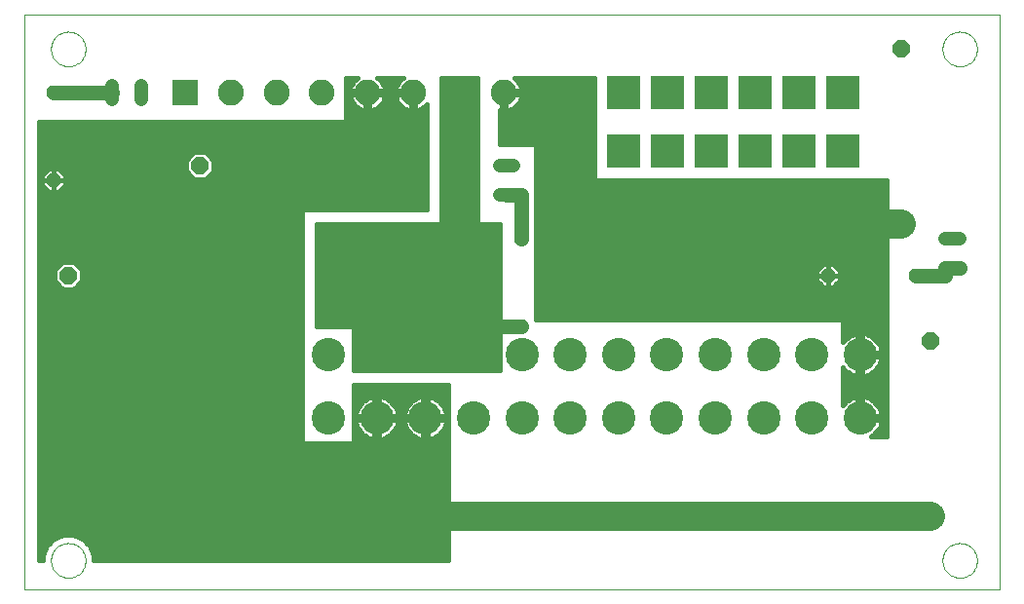
<source format=gtl>
G75*
G70*
%OFA0B0*%
%FSLAX24Y24*%
%IPPOS*%
%LPD*%
%AMOC8*
5,1,8,0,0,1.08239X$1,22.5*
%
%ADD10C,0.0000*%
%ADD11R,0.0886X0.0886*%
%ADD12C,0.0886*%
%ADD13C,0.1142*%
%ADD14OC8,0.0600*%
%ADD15OC8,0.0480*%
%ADD16C,0.0480*%
%ADD17R,0.1181X0.1181*%
%ADD18C,0.0160*%
%ADD19C,0.0500*%
%ADD20C,0.1000*%
D10*
X000180Y000680D02*
X000180Y020365D01*
X033550Y020365D01*
X033550Y000680D01*
X000180Y000680D01*
X001089Y001680D02*
X001091Y001728D01*
X001097Y001776D01*
X001107Y001823D01*
X001120Y001869D01*
X001138Y001914D01*
X001158Y001958D01*
X001183Y002000D01*
X001211Y002039D01*
X001241Y002076D01*
X001275Y002110D01*
X001312Y002142D01*
X001350Y002171D01*
X001391Y002196D01*
X001434Y002218D01*
X001479Y002236D01*
X001525Y002250D01*
X001572Y002261D01*
X001620Y002268D01*
X001668Y002271D01*
X001716Y002270D01*
X001764Y002265D01*
X001812Y002256D01*
X001858Y002244D01*
X001903Y002227D01*
X001947Y002207D01*
X001989Y002184D01*
X002029Y002157D01*
X002067Y002127D01*
X002102Y002094D01*
X002134Y002058D01*
X002164Y002020D01*
X002190Y001979D01*
X002212Y001936D01*
X002232Y001892D01*
X002247Y001847D01*
X002259Y001800D01*
X002267Y001752D01*
X002271Y001704D01*
X002271Y001656D01*
X002267Y001608D01*
X002259Y001560D01*
X002247Y001513D01*
X002232Y001468D01*
X002212Y001424D01*
X002190Y001381D01*
X002164Y001340D01*
X002134Y001302D01*
X002102Y001266D01*
X002067Y001233D01*
X002029Y001203D01*
X001989Y001176D01*
X001947Y001153D01*
X001903Y001133D01*
X001858Y001116D01*
X001812Y001104D01*
X001764Y001095D01*
X001716Y001090D01*
X001668Y001089D01*
X001620Y001092D01*
X001572Y001099D01*
X001525Y001110D01*
X001479Y001124D01*
X001434Y001142D01*
X001391Y001164D01*
X001350Y001189D01*
X001312Y001218D01*
X001275Y001250D01*
X001241Y001284D01*
X001211Y001321D01*
X001183Y001360D01*
X001158Y001402D01*
X001138Y001446D01*
X001120Y001491D01*
X001107Y001537D01*
X001097Y001584D01*
X001091Y001632D01*
X001089Y001680D01*
X001089Y019180D02*
X001091Y019228D01*
X001097Y019276D01*
X001107Y019323D01*
X001120Y019369D01*
X001138Y019414D01*
X001158Y019458D01*
X001183Y019500D01*
X001211Y019539D01*
X001241Y019576D01*
X001275Y019610D01*
X001312Y019642D01*
X001350Y019671D01*
X001391Y019696D01*
X001434Y019718D01*
X001479Y019736D01*
X001525Y019750D01*
X001572Y019761D01*
X001620Y019768D01*
X001668Y019771D01*
X001716Y019770D01*
X001764Y019765D01*
X001812Y019756D01*
X001858Y019744D01*
X001903Y019727D01*
X001947Y019707D01*
X001989Y019684D01*
X002029Y019657D01*
X002067Y019627D01*
X002102Y019594D01*
X002134Y019558D01*
X002164Y019520D01*
X002190Y019479D01*
X002212Y019436D01*
X002232Y019392D01*
X002247Y019347D01*
X002259Y019300D01*
X002267Y019252D01*
X002271Y019204D01*
X002271Y019156D01*
X002267Y019108D01*
X002259Y019060D01*
X002247Y019013D01*
X002232Y018968D01*
X002212Y018924D01*
X002190Y018881D01*
X002164Y018840D01*
X002134Y018802D01*
X002102Y018766D01*
X002067Y018733D01*
X002029Y018703D01*
X001989Y018676D01*
X001947Y018653D01*
X001903Y018633D01*
X001858Y018616D01*
X001812Y018604D01*
X001764Y018595D01*
X001716Y018590D01*
X001668Y018589D01*
X001620Y018592D01*
X001572Y018599D01*
X001525Y018610D01*
X001479Y018624D01*
X001434Y018642D01*
X001391Y018664D01*
X001350Y018689D01*
X001312Y018718D01*
X001275Y018750D01*
X001241Y018784D01*
X001211Y018821D01*
X001183Y018860D01*
X001158Y018902D01*
X001138Y018946D01*
X001120Y018991D01*
X001107Y019037D01*
X001097Y019084D01*
X001091Y019132D01*
X001089Y019180D01*
X031589Y019180D02*
X031591Y019228D01*
X031597Y019276D01*
X031607Y019323D01*
X031620Y019369D01*
X031638Y019414D01*
X031658Y019458D01*
X031683Y019500D01*
X031711Y019539D01*
X031741Y019576D01*
X031775Y019610D01*
X031812Y019642D01*
X031850Y019671D01*
X031891Y019696D01*
X031934Y019718D01*
X031979Y019736D01*
X032025Y019750D01*
X032072Y019761D01*
X032120Y019768D01*
X032168Y019771D01*
X032216Y019770D01*
X032264Y019765D01*
X032312Y019756D01*
X032358Y019744D01*
X032403Y019727D01*
X032447Y019707D01*
X032489Y019684D01*
X032529Y019657D01*
X032567Y019627D01*
X032602Y019594D01*
X032634Y019558D01*
X032664Y019520D01*
X032690Y019479D01*
X032712Y019436D01*
X032732Y019392D01*
X032747Y019347D01*
X032759Y019300D01*
X032767Y019252D01*
X032771Y019204D01*
X032771Y019156D01*
X032767Y019108D01*
X032759Y019060D01*
X032747Y019013D01*
X032732Y018968D01*
X032712Y018924D01*
X032690Y018881D01*
X032664Y018840D01*
X032634Y018802D01*
X032602Y018766D01*
X032567Y018733D01*
X032529Y018703D01*
X032489Y018676D01*
X032447Y018653D01*
X032403Y018633D01*
X032358Y018616D01*
X032312Y018604D01*
X032264Y018595D01*
X032216Y018590D01*
X032168Y018589D01*
X032120Y018592D01*
X032072Y018599D01*
X032025Y018610D01*
X031979Y018624D01*
X031934Y018642D01*
X031891Y018664D01*
X031850Y018689D01*
X031812Y018718D01*
X031775Y018750D01*
X031741Y018784D01*
X031711Y018821D01*
X031683Y018860D01*
X031658Y018902D01*
X031638Y018946D01*
X031620Y018991D01*
X031607Y019037D01*
X031597Y019084D01*
X031591Y019132D01*
X031589Y019180D01*
X031589Y001680D02*
X031591Y001728D01*
X031597Y001776D01*
X031607Y001823D01*
X031620Y001869D01*
X031638Y001914D01*
X031658Y001958D01*
X031683Y002000D01*
X031711Y002039D01*
X031741Y002076D01*
X031775Y002110D01*
X031812Y002142D01*
X031850Y002171D01*
X031891Y002196D01*
X031934Y002218D01*
X031979Y002236D01*
X032025Y002250D01*
X032072Y002261D01*
X032120Y002268D01*
X032168Y002271D01*
X032216Y002270D01*
X032264Y002265D01*
X032312Y002256D01*
X032358Y002244D01*
X032403Y002227D01*
X032447Y002207D01*
X032489Y002184D01*
X032529Y002157D01*
X032567Y002127D01*
X032602Y002094D01*
X032634Y002058D01*
X032664Y002020D01*
X032690Y001979D01*
X032712Y001936D01*
X032732Y001892D01*
X032747Y001847D01*
X032759Y001800D01*
X032767Y001752D01*
X032771Y001704D01*
X032771Y001656D01*
X032767Y001608D01*
X032759Y001560D01*
X032747Y001513D01*
X032732Y001468D01*
X032712Y001424D01*
X032690Y001381D01*
X032664Y001340D01*
X032634Y001302D01*
X032602Y001266D01*
X032567Y001233D01*
X032529Y001203D01*
X032489Y001176D01*
X032447Y001153D01*
X032403Y001133D01*
X032358Y001116D01*
X032312Y001104D01*
X032264Y001095D01*
X032216Y001090D01*
X032168Y001089D01*
X032120Y001092D01*
X032072Y001099D01*
X032025Y001110D01*
X031979Y001124D01*
X031934Y001142D01*
X031891Y001164D01*
X031850Y001189D01*
X031812Y001218D01*
X031775Y001250D01*
X031741Y001284D01*
X031711Y001321D01*
X031683Y001360D01*
X031658Y001402D01*
X031638Y001446D01*
X031620Y001491D01*
X031607Y001537D01*
X031597Y001584D01*
X031591Y001632D01*
X031589Y001680D01*
D11*
X005680Y017680D03*
D12*
X007239Y017680D03*
X008798Y017680D03*
X010357Y017680D03*
X011916Y017680D03*
X013475Y017680D03*
X015034Y017680D03*
X016593Y017680D03*
D13*
X017200Y008719D03*
X018853Y008719D03*
X020507Y008719D03*
X022160Y008719D03*
X023814Y008719D03*
X025467Y008719D03*
X027121Y008719D03*
X028774Y008719D03*
X028774Y006554D03*
X027121Y006554D03*
X025467Y006554D03*
X023814Y006554D03*
X022160Y006554D03*
X020507Y006554D03*
X018853Y006554D03*
X017200Y006554D03*
X015546Y006554D03*
X013893Y006554D03*
X012239Y006554D03*
X010586Y006554D03*
X010586Y008719D03*
X012239Y008719D03*
X013893Y008719D03*
X015546Y008719D03*
D14*
X010680Y011430D03*
X006180Y015180D03*
X001680Y011430D03*
X015180Y015180D03*
X030180Y013180D03*
X031180Y009180D03*
X031180Y003180D03*
X030180Y019180D03*
D15*
X030680Y011430D03*
X027680Y011430D03*
X017180Y012680D03*
X017180Y009680D03*
X001180Y014680D03*
X001180Y017680D03*
D16*
X003180Y017440D02*
X003180Y017920D01*
X004180Y017920D02*
X004180Y017440D01*
X016440Y015180D02*
X016920Y015180D01*
X016920Y014180D02*
X016440Y014180D01*
X031690Y012680D02*
X032170Y012680D01*
X032170Y011680D02*
X031690Y011680D01*
D17*
X025680Y011680D03*
X024180Y011680D03*
X022680Y011680D03*
X021180Y011680D03*
X019680Y011680D03*
X019680Y013680D03*
X021180Y013680D03*
X022680Y013680D03*
X024180Y013680D03*
X025680Y013680D03*
X025180Y015680D03*
X023680Y015680D03*
X022180Y015680D03*
X020680Y015680D03*
X020680Y017680D03*
X022180Y017680D03*
X023680Y017680D03*
X025180Y017680D03*
X026680Y017680D03*
X028180Y017680D03*
X028180Y015680D03*
X026680Y015680D03*
X015180Y012680D03*
X013680Y012680D03*
X012180Y012680D03*
X012180Y010680D03*
X013680Y010680D03*
X015180Y010680D03*
X007680Y007680D03*
X006180Y007680D03*
X004680Y007680D03*
X003180Y007680D03*
X001680Y007680D03*
X001680Y005680D03*
X003180Y005680D03*
X004680Y005680D03*
X006180Y005680D03*
X007680Y005680D03*
D18*
X009680Y005680D02*
X011430Y005680D01*
X011430Y007680D01*
X014680Y007680D01*
X014680Y001680D01*
X002551Y001680D01*
X002551Y001853D01*
X002418Y002173D01*
X002173Y002418D01*
X001853Y002551D01*
X001507Y002551D01*
X001187Y002418D01*
X000942Y002173D01*
X000809Y001853D01*
X000809Y001680D01*
X000680Y001680D01*
X000680Y016680D01*
X011180Y016680D01*
X011180Y018180D01*
X011579Y018180D01*
X011523Y018140D01*
X011456Y018073D01*
X011401Y017996D01*
X011357Y017911D01*
X011328Y017821D01*
X011317Y017748D01*
X011849Y017748D01*
X011849Y017612D01*
X011984Y017612D01*
X011984Y017080D01*
X012057Y017092D01*
X012148Y017121D01*
X012232Y017164D01*
X012309Y017220D01*
X012376Y017287D01*
X012432Y017364D01*
X012475Y017449D01*
X012504Y017539D01*
X012516Y017612D01*
X011984Y017612D01*
X011984Y017748D01*
X012516Y017748D01*
X012504Y017821D01*
X012475Y017911D01*
X012432Y017996D01*
X012376Y018073D01*
X012309Y018140D01*
X012254Y018180D01*
X013138Y018180D01*
X013083Y018140D01*
X013015Y018073D01*
X012960Y017996D01*
X012917Y017911D01*
X012887Y017821D01*
X012876Y017748D01*
X013408Y017748D01*
X013408Y017612D01*
X013543Y017612D01*
X013543Y017080D01*
X013616Y017092D01*
X013707Y017121D01*
X013791Y017164D01*
X013930Y017164D01*
X013868Y017220D02*
X013930Y017282D01*
X013930Y013680D01*
X009680Y013680D01*
X009680Y005680D01*
X009680Y005752D02*
X000680Y005752D01*
X000680Y005594D02*
X014680Y005594D01*
X014680Y005752D02*
X011430Y005752D01*
X011430Y005911D02*
X011892Y005911D01*
X011915Y005897D02*
X012004Y005860D01*
X012096Y005836D01*
X012159Y005827D01*
X012159Y006474D01*
X011512Y006474D01*
X011521Y006411D01*
X011545Y006319D01*
X011582Y006230D01*
X011630Y006147D01*
X011688Y006071D01*
X011756Y006003D01*
X011832Y005945D01*
X011915Y005897D01*
X012159Y005911D02*
X012319Y005911D01*
X012319Y005827D02*
X012382Y005836D01*
X012474Y005860D01*
X012563Y005897D01*
X012646Y005945D01*
X012722Y006003D01*
X012790Y006071D01*
X012848Y006147D01*
X012896Y006230D01*
X012933Y006319D01*
X012957Y006411D01*
X012966Y006474D01*
X012319Y006474D01*
X012319Y005827D01*
X012319Y006069D02*
X012159Y006069D01*
X012159Y006228D02*
X012319Y006228D01*
X012319Y006386D02*
X012159Y006386D01*
X012159Y006474D02*
X012319Y006474D01*
X012319Y006634D01*
X012159Y006634D01*
X012159Y006474D01*
X012159Y006545D02*
X011430Y006545D01*
X011512Y006634D02*
X012159Y006634D01*
X012159Y007281D01*
X012096Y007272D01*
X012004Y007248D01*
X011915Y007211D01*
X011832Y007163D01*
X011756Y007105D01*
X011688Y007037D01*
X011630Y006961D01*
X011582Y006878D01*
X011545Y006789D01*
X011521Y006697D01*
X011512Y006634D01*
X011522Y006703D02*
X011430Y006703D01*
X011430Y006862D02*
X011575Y006862D01*
X011675Y007020D02*
X011430Y007020D01*
X011430Y007179D02*
X011859Y007179D01*
X012159Y007179D02*
X012319Y007179D01*
X012319Y007281D02*
X012382Y007272D01*
X012474Y007248D01*
X012563Y007211D01*
X012646Y007163D01*
X012722Y007105D01*
X012790Y007037D01*
X012848Y006961D01*
X012896Y006878D01*
X012933Y006789D01*
X012957Y006697D01*
X012966Y006634D01*
X012319Y006634D01*
X012319Y007281D01*
X012319Y007020D02*
X012159Y007020D01*
X012159Y006862D02*
X012319Y006862D01*
X012319Y006703D02*
X012159Y006703D01*
X012319Y006545D02*
X013813Y006545D01*
X013813Y006474D02*
X013166Y006474D01*
X013174Y006411D01*
X013199Y006319D01*
X013236Y006230D01*
X013284Y006147D01*
X013342Y006071D01*
X013410Y006003D01*
X013486Y005945D01*
X013569Y005897D01*
X013657Y005860D01*
X013750Y005836D01*
X013813Y005827D01*
X013813Y006474D01*
X013973Y006474D01*
X013973Y006634D01*
X014619Y006634D01*
X014611Y006697D01*
X014586Y006789D01*
X014549Y006878D01*
X014502Y006961D01*
X014443Y007037D01*
X014376Y007105D01*
X014300Y007163D01*
X014217Y007211D01*
X014128Y007248D01*
X014035Y007272D01*
X013973Y007281D01*
X013973Y006634D01*
X013813Y006634D01*
X013813Y007281D01*
X013750Y007272D01*
X013657Y007248D01*
X013569Y007211D01*
X013486Y007163D01*
X013410Y007105D01*
X013342Y007037D01*
X013284Y006961D01*
X013236Y006878D01*
X013199Y006789D01*
X013174Y006697D01*
X013166Y006634D01*
X013813Y006634D01*
X013813Y006474D01*
X013813Y006386D02*
X013973Y006386D01*
X013973Y006474D02*
X013973Y005827D01*
X014035Y005836D01*
X014128Y005860D01*
X014217Y005897D01*
X014300Y005945D01*
X014376Y006003D01*
X014443Y006071D01*
X014502Y006147D01*
X014549Y006230D01*
X014586Y006319D01*
X014611Y006411D01*
X014619Y006474D01*
X013973Y006474D01*
X013973Y006545D02*
X014680Y006545D01*
X014680Y006703D02*
X014609Y006703D01*
X014556Y006862D02*
X014680Y006862D01*
X014680Y007020D02*
X014456Y007020D01*
X014273Y007179D02*
X014680Y007179D01*
X014680Y007337D02*
X011430Y007337D01*
X011430Y007496D02*
X014680Y007496D01*
X014680Y007654D02*
X011430Y007654D01*
X011430Y008180D02*
X011430Y009680D01*
X010180Y009680D01*
X010180Y013180D01*
X014430Y013180D01*
X014430Y018180D01*
X015680Y018180D01*
X015680Y013180D01*
X016430Y013180D01*
X016430Y008180D01*
X011430Y008180D01*
X011430Y008288D02*
X016430Y008288D01*
X016430Y008447D02*
X011430Y008447D01*
X011430Y008605D02*
X016430Y008605D01*
X016430Y008764D02*
X011430Y008764D01*
X011430Y008922D02*
X016430Y008922D01*
X016430Y009081D02*
X011430Y009081D01*
X011430Y009239D02*
X016430Y009239D01*
X016430Y009398D02*
X011430Y009398D01*
X011430Y009556D02*
X016430Y009556D01*
X016430Y009715D02*
X010180Y009715D01*
X010180Y009873D02*
X016430Y009873D01*
X016430Y010032D02*
X010180Y010032D01*
X010180Y010190D02*
X016430Y010190D01*
X016430Y010349D02*
X010180Y010349D01*
X010180Y010507D02*
X016430Y010507D01*
X016430Y010666D02*
X010180Y010666D01*
X010180Y010824D02*
X016430Y010824D01*
X016430Y010983D02*
X010180Y010983D01*
X010180Y011141D02*
X016430Y011141D01*
X016430Y011300D02*
X010180Y011300D01*
X010180Y011458D02*
X016430Y011458D01*
X016430Y011617D02*
X010180Y011617D01*
X010180Y011775D02*
X016430Y011775D01*
X016430Y011934D02*
X010180Y011934D01*
X010180Y012092D02*
X016430Y012092D01*
X016430Y012251D02*
X010180Y012251D01*
X010180Y012409D02*
X016430Y012409D01*
X016430Y012568D02*
X010180Y012568D01*
X010180Y012726D02*
X016430Y012726D01*
X016430Y012885D02*
X010180Y012885D01*
X010180Y013043D02*
X016430Y013043D01*
X015680Y013202D02*
X014430Y013202D01*
X014430Y013360D02*
X015680Y013360D01*
X015680Y013519D02*
X014430Y013519D01*
X014430Y013677D02*
X015680Y013677D01*
X015680Y013836D02*
X014430Y013836D01*
X014430Y013994D02*
X015680Y013994D01*
X015680Y014153D02*
X014430Y014153D01*
X014430Y014311D02*
X015680Y014311D01*
X015680Y014470D02*
X014430Y014470D01*
X014430Y014628D02*
X015680Y014628D01*
X015680Y014787D02*
X014430Y014787D01*
X014430Y014945D02*
X015680Y014945D01*
X015680Y015104D02*
X014430Y015104D01*
X014430Y015262D02*
X015680Y015262D01*
X015680Y015421D02*
X014430Y015421D01*
X014430Y015579D02*
X015680Y015579D01*
X015680Y015738D02*
X014430Y015738D01*
X014430Y015896D02*
X015680Y015896D01*
X015680Y016055D02*
X014430Y016055D01*
X014430Y016213D02*
X015680Y016213D01*
X015680Y016372D02*
X014430Y016372D01*
X014430Y016530D02*
X015680Y016530D01*
X015680Y016689D02*
X014430Y016689D01*
X014430Y016847D02*
X015680Y016847D01*
X015680Y017006D02*
X014430Y017006D01*
X014430Y017164D02*
X015680Y017164D01*
X015680Y017323D02*
X014430Y017323D01*
X014430Y017481D02*
X015680Y017481D01*
X015680Y017640D02*
X014430Y017640D01*
X014430Y017798D02*
X015680Y017798D01*
X015680Y017957D02*
X014430Y017957D01*
X014430Y018115D02*
X015680Y018115D01*
X016526Y017612D02*
X016661Y017612D01*
X016661Y017080D01*
X016735Y017092D01*
X016825Y017121D01*
X016909Y017164D01*
X019680Y017164D01*
X019680Y017006D02*
X016430Y017006D01*
X016452Y017092D02*
X016526Y017080D01*
X016526Y017612D01*
X016526Y017481D02*
X016661Y017481D01*
X016661Y017612D02*
X016661Y017748D01*
X017193Y017748D01*
X017181Y017821D01*
X017152Y017911D01*
X017109Y017996D01*
X017053Y018073D01*
X016986Y018140D01*
X016931Y018180D01*
X019680Y018180D01*
X019680Y014680D01*
X029680Y014680D01*
X029680Y005930D01*
X029155Y005930D01*
X029181Y005945D01*
X029257Y006003D01*
X029325Y006071D01*
X029383Y006147D01*
X029431Y006230D01*
X029468Y006319D01*
X029493Y006411D01*
X029501Y006474D01*
X028854Y006474D01*
X028854Y006634D01*
X028694Y006634D01*
X028694Y007281D01*
X028632Y007272D01*
X028539Y007248D01*
X028451Y007211D01*
X028368Y007163D01*
X028292Y007105D01*
X028224Y007037D01*
X028180Y006980D01*
X028180Y008294D01*
X028224Y008236D01*
X028292Y008169D01*
X028368Y008110D01*
X028451Y008062D01*
X028539Y008026D01*
X028632Y008001D01*
X028694Y007993D01*
X028694Y008639D01*
X028854Y008639D01*
X028854Y007993D01*
X028917Y008001D01*
X029010Y008026D01*
X029098Y008062D01*
X029181Y008110D01*
X029257Y008169D01*
X029325Y008236D01*
X029383Y008312D01*
X029431Y008395D01*
X029468Y008484D01*
X029493Y008576D01*
X029501Y008639D01*
X028854Y008639D01*
X028854Y008799D01*
X028694Y008799D01*
X028694Y009446D01*
X028632Y009438D01*
X028539Y009413D01*
X028451Y009376D01*
X028368Y009328D01*
X028292Y009270D01*
X028224Y009202D01*
X028180Y009145D01*
X028180Y009930D01*
X017680Y009930D01*
X017680Y015930D01*
X016430Y015930D01*
X016430Y017099D01*
X016452Y017092D01*
X016526Y017164D02*
X016661Y017164D01*
X016661Y017323D02*
X016526Y017323D01*
X016909Y017164D02*
X016986Y017220D01*
X017053Y017287D01*
X017109Y017364D01*
X017152Y017449D01*
X017181Y017539D01*
X017193Y017612D01*
X016661Y017612D01*
X016661Y017640D02*
X019680Y017640D01*
X019680Y017798D02*
X017185Y017798D01*
X017129Y017957D02*
X019680Y017957D01*
X019680Y018115D02*
X017011Y018115D01*
X017163Y017481D02*
X019680Y017481D01*
X019680Y017323D02*
X017079Y017323D01*
X016430Y016847D02*
X019680Y016847D01*
X019680Y016689D02*
X016430Y016689D01*
X016430Y016530D02*
X019680Y016530D01*
X019680Y016372D02*
X016430Y016372D01*
X016430Y016213D02*
X019680Y016213D01*
X019680Y016055D02*
X016430Y016055D01*
X017680Y015896D02*
X019680Y015896D01*
X019680Y015738D02*
X017680Y015738D01*
X017680Y015579D02*
X019680Y015579D01*
X019680Y015421D02*
X017680Y015421D01*
X017680Y015262D02*
X019680Y015262D01*
X019680Y015104D02*
X017680Y015104D01*
X017680Y014945D02*
X019680Y014945D01*
X019680Y014787D02*
X017680Y014787D01*
X017680Y014628D02*
X029680Y014628D01*
X029680Y014470D02*
X017680Y014470D01*
X017680Y014311D02*
X029680Y014311D01*
X029680Y014153D02*
X017680Y014153D01*
X017680Y013994D02*
X029680Y013994D01*
X029680Y013836D02*
X017680Y013836D01*
X017680Y013677D02*
X029680Y013677D01*
X029680Y013519D02*
X017680Y013519D01*
X017680Y013360D02*
X029680Y013360D01*
X029680Y013202D02*
X017680Y013202D01*
X017680Y013043D02*
X029680Y013043D01*
X029680Y012885D02*
X017680Y012885D01*
X017680Y012726D02*
X029680Y012726D01*
X029680Y012568D02*
X017680Y012568D01*
X017680Y012409D02*
X029680Y012409D01*
X029680Y012251D02*
X017680Y012251D01*
X017680Y012092D02*
X029680Y012092D01*
X029680Y011934D02*
X017680Y011934D01*
X017680Y011775D02*
X027459Y011775D01*
X027514Y011830D02*
X027280Y011596D01*
X027280Y011430D01*
X027680Y011430D01*
X028080Y011430D01*
X028080Y011596D01*
X027846Y011830D01*
X027680Y011830D01*
X027680Y011430D01*
X027680Y011430D01*
X027680Y011430D01*
X028080Y011430D01*
X028080Y011264D01*
X027846Y011030D01*
X027680Y011030D01*
X027680Y011430D01*
X027680Y011430D01*
X027680Y011430D01*
X027680Y011830D01*
X027514Y011830D01*
X027680Y011775D02*
X027680Y011775D01*
X027680Y011617D02*
X027680Y011617D01*
X027680Y011458D02*
X027680Y011458D01*
X027680Y011430D02*
X027280Y011430D01*
X027280Y011264D01*
X027514Y011030D01*
X027680Y011030D01*
X027680Y011430D01*
X027680Y011300D02*
X027680Y011300D01*
X027680Y011141D02*
X027680Y011141D01*
X027957Y011141D02*
X029680Y011141D01*
X029680Y010983D02*
X017680Y010983D01*
X017680Y011141D02*
X027403Y011141D01*
X027280Y011300D02*
X017680Y011300D01*
X017680Y011458D02*
X027280Y011458D01*
X027301Y011617D02*
X017680Y011617D01*
X017680Y010824D02*
X029680Y010824D01*
X029680Y010666D02*
X017680Y010666D01*
X017680Y010507D02*
X029680Y010507D01*
X029680Y010349D02*
X017680Y010349D01*
X017680Y010190D02*
X029680Y010190D01*
X029680Y010032D02*
X017680Y010032D01*
X013973Y007179D02*
X013813Y007179D01*
X013813Y007020D02*
X013973Y007020D01*
X013973Y006862D02*
X013813Y006862D01*
X013813Y006703D02*
X013973Y006703D01*
X013329Y007020D02*
X012803Y007020D01*
X012903Y006862D02*
X013229Y006862D01*
X013176Y006703D02*
X012956Y006703D01*
X012951Y006386D02*
X013181Y006386D01*
X013237Y006228D02*
X012894Y006228D01*
X012788Y006069D02*
X013344Y006069D01*
X013545Y005911D02*
X012586Y005911D01*
X011690Y006069D02*
X011430Y006069D01*
X011430Y006228D02*
X011584Y006228D01*
X011527Y006386D02*
X011430Y006386D01*
X012619Y007179D02*
X013513Y007179D01*
X013813Y006228D02*
X013973Y006228D01*
X013973Y006069D02*
X013813Y006069D01*
X013813Y005911D02*
X013973Y005911D01*
X014240Y005911D02*
X014680Y005911D01*
X014680Y006069D02*
X014441Y006069D01*
X014548Y006228D02*
X014680Y006228D01*
X014680Y006386D02*
X014604Y006386D01*
X014680Y005435D02*
X000680Y005435D01*
X000680Y005277D02*
X014680Y005277D01*
X014680Y005118D02*
X000680Y005118D01*
X000680Y004960D02*
X014680Y004960D01*
X014680Y004801D02*
X000680Y004801D01*
X000680Y004643D02*
X014680Y004643D01*
X014680Y004484D02*
X000680Y004484D01*
X000680Y004326D02*
X014680Y004326D01*
X014680Y004167D02*
X000680Y004167D01*
X000680Y004009D02*
X014680Y004009D01*
X014680Y003850D02*
X000680Y003850D01*
X000680Y003692D02*
X014680Y003692D01*
X014680Y003533D02*
X000680Y003533D01*
X000680Y003375D02*
X014680Y003375D01*
X014680Y003216D02*
X000680Y003216D01*
X000680Y003058D02*
X014680Y003058D01*
X014680Y002899D02*
X000680Y002899D01*
X000680Y002741D02*
X014680Y002741D01*
X014680Y002582D02*
X000680Y002582D01*
X000680Y002424D02*
X001200Y002424D01*
X001034Y002265D02*
X000680Y002265D01*
X000680Y002107D02*
X000914Y002107D01*
X000849Y001948D02*
X000680Y001948D01*
X000680Y001790D02*
X000809Y001790D01*
X002160Y002424D02*
X014680Y002424D01*
X014680Y002265D02*
X002326Y002265D01*
X002446Y002107D02*
X014680Y002107D01*
X014680Y001948D02*
X002511Y001948D01*
X002551Y001790D02*
X014680Y001790D01*
X009680Y005911D02*
X000680Y005911D01*
X000680Y006069D02*
X009680Y006069D01*
X009680Y006228D02*
X000680Y006228D01*
X000680Y006386D02*
X009680Y006386D01*
X009680Y006545D02*
X000680Y006545D01*
X000680Y006703D02*
X009680Y006703D01*
X009680Y006862D02*
X000680Y006862D01*
X000680Y007020D02*
X009680Y007020D01*
X009680Y007179D02*
X000680Y007179D01*
X000680Y007337D02*
X009680Y007337D01*
X009680Y007496D02*
X000680Y007496D01*
X000680Y007654D02*
X009680Y007654D01*
X009680Y007813D02*
X000680Y007813D01*
X000680Y007971D02*
X009680Y007971D01*
X009680Y008130D02*
X000680Y008130D01*
X000680Y008288D02*
X009680Y008288D01*
X009680Y008447D02*
X000680Y008447D01*
X000680Y008605D02*
X009680Y008605D01*
X009680Y008764D02*
X000680Y008764D01*
X000680Y008922D02*
X009680Y008922D01*
X009680Y009081D02*
X000680Y009081D01*
X000680Y009239D02*
X009680Y009239D01*
X009680Y009398D02*
X000680Y009398D01*
X000680Y009556D02*
X009680Y009556D01*
X009680Y009715D02*
X000680Y009715D01*
X000680Y009873D02*
X009680Y009873D01*
X009680Y010032D02*
X000680Y010032D01*
X000680Y010190D02*
X009680Y010190D01*
X009680Y010349D02*
X000680Y010349D01*
X000680Y010507D02*
X009680Y010507D01*
X009680Y010666D02*
X000680Y010666D01*
X000680Y010824D02*
X009680Y010824D01*
X009680Y010983D02*
X001883Y010983D01*
X001871Y010970D02*
X002140Y011239D01*
X002140Y011621D01*
X001871Y011890D01*
X001489Y011890D01*
X001220Y011621D01*
X001220Y011239D01*
X001489Y010970D01*
X001871Y010970D01*
X002042Y011141D02*
X009680Y011141D01*
X009680Y011300D02*
X002140Y011300D01*
X002140Y011458D02*
X009680Y011458D01*
X009680Y011617D02*
X002140Y011617D01*
X001986Y011775D02*
X009680Y011775D01*
X009680Y011934D02*
X000680Y011934D01*
X000680Y012092D02*
X009680Y012092D01*
X009680Y012251D02*
X000680Y012251D01*
X000680Y012409D02*
X009680Y012409D01*
X009680Y012568D02*
X000680Y012568D01*
X000680Y012726D02*
X009680Y012726D01*
X009680Y012885D02*
X000680Y012885D01*
X000680Y013043D02*
X009680Y013043D01*
X009680Y013202D02*
X000680Y013202D01*
X000680Y013360D02*
X009680Y013360D01*
X009680Y013519D02*
X000680Y013519D01*
X000680Y013677D02*
X009680Y013677D01*
X006640Y014989D02*
X006640Y015371D01*
X006371Y015640D01*
X005989Y015640D01*
X005720Y015371D01*
X005720Y014989D01*
X005989Y014720D01*
X006371Y014720D01*
X006640Y014989D01*
X006596Y014945D02*
X013930Y014945D01*
X013930Y014787D02*
X006437Y014787D01*
X006640Y015104D02*
X013930Y015104D01*
X013930Y015262D02*
X006640Y015262D01*
X006590Y015421D02*
X013930Y015421D01*
X013930Y015579D02*
X006432Y015579D01*
X005928Y015579D02*
X000680Y015579D01*
X000680Y015421D02*
X005770Y015421D01*
X005720Y015262D02*
X000680Y015262D01*
X000680Y015104D02*
X005720Y015104D01*
X005764Y014945D02*
X001481Y014945D01*
X001580Y014846D02*
X001346Y015080D01*
X001180Y015080D01*
X001180Y014680D01*
X001180Y014680D01*
X001580Y014680D01*
X001580Y014846D01*
X001580Y014787D02*
X005923Y014787D01*
X001580Y014680D02*
X001180Y014680D01*
X001180Y014680D01*
X001180Y014680D01*
X000780Y014680D01*
X000780Y014846D01*
X001014Y015080D01*
X001180Y015080D01*
X001180Y014680D01*
X001180Y014280D01*
X001346Y014280D01*
X001580Y014514D01*
X001580Y014680D01*
X001580Y014628D02*
X013930Y014628D01*
X013930Y014470D02*
X001535Y014470D01*
X001377Y014311D02*
X013930Y014311D01*
X013930Y014153D02*
X000680Y014153D01*
X000680Y014311D02*
X000983Y014311D01*
X001014Y014280D02*
X000780Y014514D01*
X000780Y014680D01*
X001180Y014680D01*
X001180Y014680D01*
X001180Y014280D01*
X001014Y014280D01*
X001180Y014311D02*
X001180Y014311D01*
X001180Y014470D02*
X001180Y014470D01*
X001180Y014628D02*
X001180Y014628D01*
X001180Y014787D02*
X001180Y014787D01*
X001180Y014945D02*
X001180Y014945D01*
X000879Y014945D02*
X000680Y014945D01*
X000680Y014787D02*
X000780Y014787D01*
X000780Y014628D02*
X000680Y014628D01*
X000680Y014470D02*
X000825Y014470D01*
X000680Y013994D02*
X013930Y013994D01*
X013930Y013836D02*
X000680Y013836D01*
X000680Y015738D02*
X013930Y015738D01*
X013930Y015896D02*
X000680Y015896D01*
X000680Y016055D02*
X013930Y016055D01*
X013930Y016213D02*
X000680Y016213D01*
X000680Y016372D02*
X013930Y016372D01*
X013930Y016530D02*
X000680Y016530D01*
X000680Y011775D02*
X001374Y011775D01*
X001220Y011617D02*
X000680Y011617D01*
X000680Y011458D02*
X001220Y011458D01*
X001220Y011300D02*
X000680Y011300D01*
X000680Y011141D02*
X001318Y011141D01*
X001477Y010983D02*
X000680Y010983D01*
X011180Y016689D02*
X013930Y016689D01*
X013930Y016847D02*
X011180Y016847D01*
X011180Y017006D02*
X013930Y017006D01*
X013791Y017164D02*
X013868Y017220D01*
X013543Y017164D02*
X013408Y017164D01*
X013408Y017080D02*
X013408Y017612D01*
X012876Y017612D01*
X012887Y017539D01*
X012917Y017449D01*
X012960Y017364D01*
X013015Y017287D01*
X013083Y017220D01*
X013159Y017164D01*
X013244Y017121D01*
X013334Y017092D01*
X013408Y017080D01*
X013408Y017323D02*
X013543Y017323D01*
X013543Y017481D02*
X013408Y017481D01*
X013408Y017640D02*
X011984Y017640D01*
X011849Y017640D02*
X011180Y017640D01*
X011317Y017612D02*
X011328Y017539D01*
X011357Y017449D01*
X011401Y017364D01*
X011456Y017287D01*
X011523Y017220D01*
X011600Y017164D01*
X011685Y017121D01*
X011775Y017092D01*
X011849Y017080D01*
X011849Y017612D01*
X011317Y017612D01*
X011347Y017481D02*
X011180Y017481D01*
X011180Y017323D02*
X011431Y017323D01*
X011601Y017164D02*
X011180Y017164D01*
X011180Y017798D02*
X011324Y017798D01*
X011380Y017957D02*
X011180Y017957D01*
X011180Y018115D02*
X011499Y018115D01*
X012334Y018115D02*
X013058Y018115D01*
X012940Y017957D02*
X012452Y017957D01*
X012508Y017798D02*
X012884Y017798D01*
X012906Y017481D02*
X012486Y017481D01*
X012402Y017323D02*
X012990Y017323D01*
X013160Y017164D02*
X012232Y017164D01*
X011984Y017164D02*
X011849Y017164D01*
X011849Y017323D02*
X011984Y017323D01*
X011984Y017481D02*
X011849Y017481D01*
X027901Y011775D02*
X029680Y011775D01*
X029680Y011617D02*
X028059Y011617D01*
X028080Y011458D02*
X029680Y011458D01*
X029680Y011300D02*
X028080Y011300D01*
X028180Y009873D02*
X029680Y009873D01*
X029680Y009715D02*
X028180Y009715D01*
X028180Y009556D02*
X029680Y009556D01*
X029680Y009398D02*
X029047Y009398D01*
X029010Y009413D02*
X028917Y009438D01*
X028854Y009446D01*
X028854Y008799D01*
X029501Y008799D01*
X029493Y008862D01*
X029468Y008955D01*
X029431Y009043D01*
X029383Y009126D01*
X029325Y009202D01*
X029257Y009270D01*
X029181Y009328D01*
X029098Y009376D01*
X029010Y009413D01*
X028854Y009398D02*
X028694Y009398D01*
X028694Y009239D02*
X028854Y009239D01*
X028854Y009081D02*
X028694Y009081D01*
X028694Y008922D02*
X028854Y008922D01*
X028854Y008764D02*
X029680Y008764D01*
X029680Y008922D02*
X029477Y008922D01*
X029410Y009081D02*
X029680Y009081D01*
X029680Y009239D02*
X029288Y009239D01*
X029497Y008605D02*
X029680Y008605D01*
X029680Y008447D02*
X029453Y008447D01*
X029365Y008288D02*
X029680Y008288D01*
X029680Y008130D02*
X029206Y008130D01*
X028854Y008130D02*
X028694Y008130D01*
X028694Y008288D02*
X028854Y008288D01*
X028854Y008447D02*
X028694Y008447D01*
X028694Y008605D02*
X028854Y008605D01*
X028343Y008130D02*
X028180Y008130D01*
X028180Y008288D02*
X028184Y008288D01*
X028180Y007971D02*
X029680Y007971D01*
X029680Y007813D02*
X028180Y007813D01*
X028180Y007654D02*
X029680Y007654D01*
X029680Y007496D02*
X028180Y007496D01*
X028180Y007337D02*
X029680Y007337D01*
X029680Y007179D02*
X029155Y007179D01*
X029181Y007163D02*
X029098Y007211D01*
X029010Y007248D01*
X028917Y007272D01*
X028854Y007281D01*
X028854Y006634D01*
X029501Y006634D01*
X029493Y006697D01*
X029468Y006789D01*
X029431Y006878D01*
X029383Y006961D01*
X029325Y007037D01*
X029257Y007105D01*
X029181Y007163D01*
X029338Y007020D02*
X029680Y007020D01*
X029680Y006862D02*
X029438Y006862D01*
X029491Y006703D02*
X029680Y006703D01*
X029680Y006545D02*
X028854Y006545D01*
X028854Y006703D02*
X028694Y006703D01*
X028694Y006862D02*
X028854Y006862D01*
X028854Y007020D02*
X028694Y007020D01*
X028694Y007179D02*
X028854Y007179D01*
X028394Y007179D02*
X028180Y007179D01*
X028180Y007020D02*
X028211Y007020D01*
X029430Y006228D02*
X029680Y006228D01*
X029680Y006386D02*
X029486Y006386D01*
X029323Y006069D02*
X029680Y006069D01*
X028261Y009239D02*
X028180Y009239D01*
X028180Y009398D02*
X028502Y009398D01*
D19*
X030680Y011430D02*
X031680Y011430D01*
X031680Y011680D01*
X031930Y011680D01*
X032180Y011680D01*
X017180Y012680D02*
X017180Y014180D01*
X016680Y014180D01*
X015180Y017680D02*
X015034Y017680D01*
X003180Y017680D02*
X001180Y017680D01*
X016180Y009680D02*
X017180Y009680D01*
D20*
X013180Y003180D02*
X031180Y003180D01*
X030180Y013180D02*
X028680Y013180D01*
M02*

</source>
